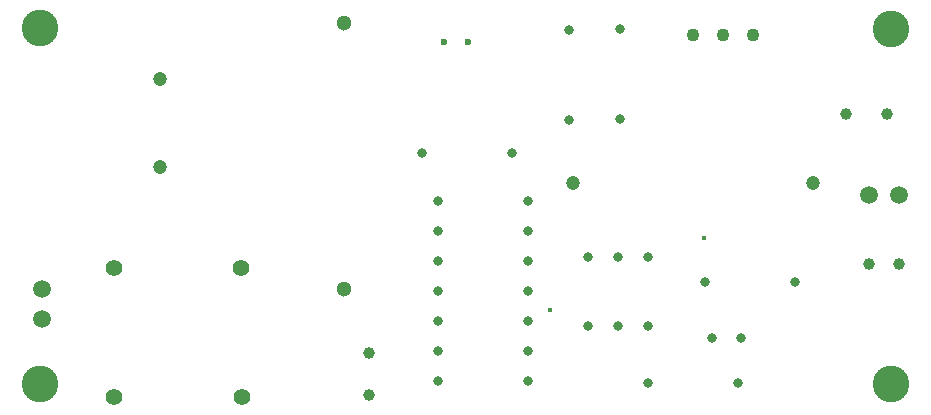
<source format=gbr>
%TF.GenerationSoftware,KiCad,Pcbnew,5.1.5+dfsg1-2*%
%TF.CreationDate,2020-03-29T15:26:51+02:00*%
%TF.ProjectId,lownoise-pwr,6c6f776e-6f69-4736-952d-7077722e6b69,rev?*%
%TF.SameCoordinates,Original*%
%TF.FileFunction,Plated,1,2,PTH,Drill*%
%TF.FilePolarity,Positive*%
%FSLAX46Y46*%
G04 Gerber Fmt 4.6, Leading zero omitted, Abs format (unit mm)*
G04 Created by KiCad (PCBNEW 5.1.5+dfsg1-2) date 2020-03-29 15:26:51*
%MOMM*%
%LPD*%
G04 APERTURE LIST*
%TA.AperFunction,ViaDrill*%
%ADD10C,0.400000*%
%TD*%
%TA.AperFunction,ComponentDrill*%
%ADD11C,0.600000*%
%TD*%
%TA.AperFunction,ComponentDrill*%
%ADD12C,0.800000*%
%TD*%
%TA.AperFunction,ComponentDrill*%
%ADD13C,1.000000*%
%TD*%
%TA.AperFunction,ComponentDrill*%
%ADD14C,1.100000*%
%TD*%
%TA.AperFunction,ComponentDrill*%
%ADD15C,1.200000*%
%TD*%
%TA.AperFunction,ComponentDrill*%
%ADD16C,1.300000*%
%TD*%
%TA.AperFunction,ComponentDrill*%
%ADD17C,1.400000*%
%TD*%
%TA.AperFunction,ComponentDrill*%
%ADD18C,1.500000*%
%TD*%
%TA.AperFunction,ViaDrill*%
%ADD19C,3.100000*%
%TD*%
G04 APERTURE END LIST*
D10*
X91977200Y-86724000D03*
X105062200Y-80634000D03*
D11*
%TO.C,C5*%
X83017200Y-64034000D03*
X85017200Y-64034000D03*
D12*
%TO.C,R1*%
X95197200Y-88124000D03*
X97737200Y-88124000D03*
X100277200Y-88124000D03*
%TO.C,U1*%
X82499200Y-77520800D03*
X82499200Y-80060800D03*
X82499200Y-82600800D03*
X82499200Y-85140800D03*
X82499200Y-87680800D03*
X82499200Y-90220800D03*
X82499200Y-92760800D03*
X90119200Y-77520800D03*
X90119200Y-80060800D03*
X90119200Y-82600800D03*
X90119200Y-85140800D03*
X90119200Y-87680800D03*
X90119200Y-90220800D03*
X90119200Y-92760800D03*
%TO.C,R6*%
X105105200Y-84328000D03*
X112725200Y-84328000D03*
%TO.C,R5*%
X93637200Y-62992000D03*
X93637200Y-70612000D03*
%TO.C,R3*%
X97957200Y-62944000D03*
X97957200Y-70564000D03*
%TO.C,R7*%
X95197200Y-82284000D03*
X97737200Y-82284000D03*
X100277200Y-82284000D03*
%TO.C,R2*%
X81137200Y-73404000D03*
X88757200Y-73404000D03*
%TO.C,C4*%
X105697200Y-89134000D03*
X108197200Y-89134000D03*
%TO.C,R8*%
X100307200Y-92954000D03*
X107927200Y-92954000D03*
D13*
%TO.C,J3*%
X119007200Y-82864000D03*
X121547200Y-82864000D03*
%TO.C,C2*%
X76657200Y-90404000D03*
X76657200Y-93904000D03*
%TO.C,C6*%
X117043200Y-70104000D03*
X120543200Y-70104000D03*
D14*
%TO.C,Q1*%
X104127200Y-63444000D03*
X106667200Y-63444000D03*
X109207200Y-63444000D03*
D15*
%TO.C,C1*%
X58977200Y-67164000D03*
X58977200Y-74664000D03*
%TO.C,R4*%
X93929200Y-75946000D03*
X114249200Y-75946000D03*
D16*
%TO.C,F1*%
X74587200Y-62434000D03*
X74587200Y-84934000D03*
D17*
%TO.C,D1*%
X55047200Y-83184000D03*
X55047200Y-94084000D03*
X65847200Y-83184000D03*
X65947200Y-94084000D03*
D18*
%TO.C,J1*%
X48987200Y-84934000D03*
X48987200Y-87474000D03*
%TO.C,J2*%
X119037200Y-76962000D03*
X121577200Y-76962000D03*
%TD*%
D19*
X48857200Y-62874000D03*
X48857200Y-92964000D03*
X120853200Y-62966600D03*
X120853200Y-92989400D03*
M02*

</source>
